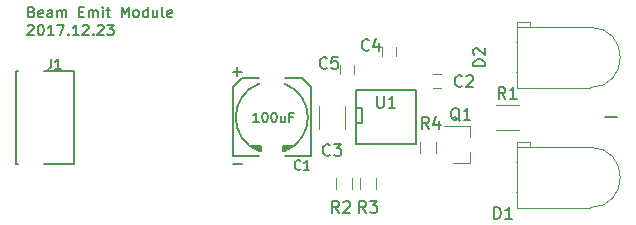
<source format=gbr>
G04 #@! TF.FileFunction,Legend,Top*
%FSLAX46Y46*%
G04 Gerber Fmt 4.6, Leading zero omitted, Abs format (unit mm)*
G04 Created by KiCad (PCBNEW 4.0.7) date 01/10/18 16:30:40*
%MOMM*%
%LPD*%
G01*
G04 APERTURE LIST*
%ADD10C,0.150000*%
%ADD11C,0.200000*%
%ADD12C,0.203200*%
%ADD13C,0.120000*%
%ADD14C,0.149860*%
G04 APERTURE END LIST*
D10*
D11*
X85090000Y-45720000D02*
X86106000Y-45720000D01*
D12*
X36576000Y-36760150D02*
X36703000Y-36802483D01*
X36745333Y-36844817D01*
X36787667Y-36929483D01*
X36787667Y-37056483D01*
X36745333Y-37141150D01*
X36703000Y-37183483D01*
X36618333Y-37225817D01*
X36279667Y-37225817D01*
X36279667Y-36336817D01*
X36576000Y-36336817D01*
X36660667Y-36379150D01*
X36703000Y-36421483D01*
X36745333Y-36506150D01*
X36745333Y-36590817D01*
X36703000Y-36675483D01*
X36660667Y-36717817D01*
X36576000Y-36760150D01*
X36279667Y-36760150D01*
X37507333Y-37183483D02*
X37422667Y-37225817D01*
X37253333Y-37225817D01*
X37168667Y-37183483D01*
X37126333Y-37098817D01*
X37126333Y-36760150D01*
X37168667Y-36675483D01*
X37253333Y-36633150D01*
X37422667Y-36633150D01*
X37507333Y-36675483D01*
X37549667Y-36760150D01*
X37549667Y-36844817D01*
X37126333Y-36929483D01*
X38311667Y-37225817D02*
X38311667Y-36760150D01*
X38269333Y-36675483D01*
X38184667Y-36633150D01*
X38015333Y-36633150D01*
X37930667Y-36675483D01*
X38311667Y-37183483D02*
X38227000Y-37225817D01*
X38015333Y-37225817D01*
X37930667Y-37183483D01*
X37888333Y-37098817D01*
X37888333Y-37014150D01*
X37930667Y-36929483D01*
X38015333Y-36887150D01*
X38227000Y-36887150D01*
X38311667Y-36844817D01*
X38735000Y-37225817D02*
X38735000Y-36633150D01*
X38735000Y-36717817D02*
X38777333Y-36675483D01*
X38862000Y-36633150D01*
X38989000Y-36633150D01*
X39073666Y-36675483D01*
X39116000Y-36760150D01*
X39116000Y-37225817D01*
X39116000Y-36760150D02*
X39158333Y-36675483D01*
X39243000Y-36633150D01*
X39370000Y-36633150D01*
X39454666Y-36675483D01*
X39497000Y-36760150D01*
X39497000Y-37225817D01*
X40597666Y-36760150D02*
X40893999Y-36760150D01*
X41020999Y-37225817D02*
X40597666Y-37225817D01*
X40597666Y-36336817D01*
X41020999Y-36336817D01*
X41401999Y-37225817D02*
X41401999Y-36633150D01*
X41401999Y-36717817D02*
X41444332Y-36675483D01*
X41528999Y-36633150D01*
X41655999Y-36633150D01*
X41740665Y-36675483D01*
X41782999Y-36760150D01*
X41782999Y-37225817D01*
X41782999Y-36760150D02*
X41825332Y-36675483D01*
X41909999Y-36633150D01*
X42036999Y-36633150D01*
X42121665Y-36675483D01*
X42163999Y-36760150D01*
X42163999Y-37225817D01*
X42587332Y-37225817D02*
X42587332Y-36633150D01*
X42587332Y-36336817D02*
X42544998Y-36379150D01*
X42587332Y-36421483D01*
X42629665Y-36379150D01*
X42587332Y-36336817D01*
X42587332Y-36421483D01*
X42883665Y-36633150D02*
X43222331Y-36633150D01*
X43010665Y-36336817D02*
X43010665Y-37098817D01*
X43052998Y-37183483D01*
X43137665Y-37225817D01*
X43222331Y-37225817D01*
X44195998Y-37225817D02*
X44195998Y-36336817D01*
X44492331Y-36971817D01*
X44788664Y-36336817D01*
X44788664Y-37225817D01*
X45338998Y-37225817D02*
X45254331Y-37183483D01*
X45211998Y-37141150D01*
X45169664Y-37056483D01*
X45169664Y-36802483D01*
X45211998Y-36717817D01*
X45254331Y-36675483D01*
X45338998Y-36633150D01*
X45465998Y-36633150D01*
X45550664Y-36675483D01*
X45592998Y-36717817D01*
X45635331Y-36802483D01*
X45635331Y-37056483D01*
X45592998Y-37141150D01*
X45550664Y-37183483D01*
X45465998Y-37225817D01*
X45338998Y-37225817D01*
X46397331Y-37225817D02*
X46397331Y-36336817D01*
X46397331Y-37183483D02*
X46312664Y-37225817D01*
X46143331Y-37225817D01*
X46058664Y-37183483D01*
X46016331Y-37141150D01*
X45973997Y-37056483D01*
X45973997Y-36802483D01*
X46016331Y-36717817D01*
X46058664Y-36675483D01*
X46143331Y-36633150D01*
X46312664Y-36633150D01*
X46397331Y-36675483D01*
X47201664Y-36633150D02*
X47201664Y-37225817D01*
X46820664Y-36633150D02*
X46820664Y-37098817D01*
X46862997Y-37183483D01*
X46947664Y-37225817D01*
X47074664Y-37225817D01*
X47159330Y-37183483D01*
X47201664Y-37141150D01*
X47751997Y-37225817D02*
X47667330Y-37183483D01*
X47624997Y-37098817D01*
X47624997Y-36336817D01*
X48429330Y-37183483D02*
X48344664Y-37225817D01*
X48175330Y-37225817D01*
X48090664Y-37183483D01*
X48048330Y-37098817D01*
X48048330Y-36760150D01*
X48090664Y-36675483D01*
X48175330Y-36633150D01*
X48344664Y-36633150D01*
X48429330Y-36675483D01*
X48471664Y-36760150D01*
X48471664Y-36844817D01*
X48048330Y-36929483D01*
X36237333Y-37958183D02*
X36279667Y-37915850D01*
X36364333Y-37873517D01*
X36576000Y-37873517D01*
X36660667Y-37915850D01*
X36703000Y-37958183D01*
X36745333Y-38042850D01*
X36745333Y-38127517D01*
X36703000Y-38254517D01*
X36195000Y-38762517D01*
X36745333Y-38762517D01*
X37295667Y-37873517D02*
X37380334Y-37873517D01*
X37465000Y-37915850D01*
X37507334Y-37958183D01*
X37549667Y-38042850D01*
X37592000Y-38212183D01*
X37592000Y-38423850D01*
X37549667Y-38593183D01*
X37507334Y-38677850D01*
X37465000Y-38720183D01*
X37380334Y-38762517D01*
X37295667Y-38762517D01*
X37211000Y-38720183D01*
X37168667Y-38677850D01*
X37126334Y-38593183D01*
X37084000Y-38423850D01*
X37084000Y-38212183D01*
X37126334Y-38042850D01*
X37168667Y-37958183D01*
X37211000Y-37915850D01*
X37295667Y-37873517D01*
X38438667Y-38762517D02*
X37930667Y-38762517D01*
X38184667Y-38762517D02*
X38184667Y-37873517D01*
X38100001Y-38000517D01*
X38015334Y-38085183D01*
X37930667Y-38127517D01*
X38735001Y-37873517D02*
X39327668Y-37873517D01*
X38946668Y-38762517D01*
X39666335Y-38677850D02*
X39708668Y-38720183D01*
X39666335Y-38762517D01*
X39624001Y-38720183D01*
X39666335Y-38677850D01*
X39666335Y-38762517D01*
X40555334Y-38762517D02*
X40047334Y-38762517D01*
X40301334Y-38762517D02*
X40301334Y-37873517D01*
X40216668Y-38000517D01*
X40132001Y-38085183D01*
X40047334Y-38127517D01*
X40894001Y-37958183D02*
X40936335Y-37915850D01*
X41021001Y-37873517D01*
X41232668Y-37873517D01*
X41317335Y-37915850D01*
X41359668Y-37958183D01*
X41402001Y-38042850D01*
X41402001Y-38127517D01*
X41359668Y-38254517D01*
X40851668Y-38762517D01*
X41402001Y-38762517D01*
X41783002Y-38677850D02*
X41825335Y-38720183D01*
X41783002Y-38762517D01*
X41740668Y-38720183D01*
X41783002Y-38677850D01*
X41783002Y-38762517D01*
X42164001Y-37958183D02*
X42206335Y-37915850D01*
X42291001Y-37873517D01*
X42502668Y-37873517D01*
X42587335Y-37915850D01*
X42629668Y-37958183D01*
X42672001Y-38042850D01*
X42672001Y-38127517D01*
X42629668Y-38254517D01*
X42121668Y-38762517D01*
X42672001Y-38762517D01*
X42968335Y-37873517D02*
X43518668Y-37873517D01*
X43222335Y-38212183D01*
X43349335Y-38212183D01*
X43434002Y-38254517D01*
X43476335Y-38296850D01*
X43518668Y-38381517D01*
X43518668Y-38593183D01*
X43476335Y-38677850D01*
X43434002Y-38720183D01*
X43349335Y-38762517D01*
X43095335Y-38762517D01*
X43010668Y-38720183D01*
X42968335Y-38677850D01*
D13*
X73658000Y-49586000D02*
X73658000Y-48656000D01*
X73658000Y-46426000D02*
X73658000Y-47356000D01*
X73658000Y-46426000D02*
X71498000Y-46426000D01*
X73658000Y-49586000D02*
X72198000Y-49586000D01*
X60906000Y-46720000D02*
X60906000Y-44720000D01*
X63046000Y-44720000D02*
X63046000Y-46720000D01*
X75835000Y-44650000D02*
X77835000Y-44650000D01*
X77835000Y-46790000D02*
X75835000Y-46790000D01*
X70784000Y-47760000D02*
X70784000Y-48760000D01*
X69424000Y-48760000D02*
X69424000Y-47760000D01*
X83824000Y-48240000D02*
G75*
G02X83824000Y-53360000I0J-2560000D01*
G01*
X77664000Y-53360000D02*
X83824000Y-53360000D01*
X77664000Y-48240000D02*
X83824000Y-48240000D01*
X77664000Y-53360000D02*
X77664000Y-48240000D01*
X77664000Y-47840000D02*
X78784000Y-47840000D01*
X78784000Y-47840000D02*
X78784000Y-48240000D01*
X78784000Y-48240000D02*
X77664000Y-48240000D01*
X77664000Y-48240000D02*
X77664000Y-47840000D01*
X77534000Y-52070000D02*
X77664000Y-52070000D01*
X77664000Y-52070000D02*
X77664000Y-52070000D01*
X77664000Y-52070000D02*
X77534000Y-52070000D01*
X77534000Y-52070000D02*
X77534000Y-52070000D01*
X77534000Y-49530000D02*
X77664000Y-49530000D01*
X77664000Y-49530000D02*
X77664000Y-49530000D01*
X77664000Y-49530000D02*
X77534000Y-49530000D01*
X77534000Y-49530000D02*
X77534000Y-49530000D01*
D14*
X55829200Y-48590200D02*
X55956200Y-48590200D01*
X57835800Y-48564800D02*
X57937400Y-48564800D01*
X57957233Y-48566882D02*
G75*
G03X57962800Y-42875200I-1061233J2846882D01*
G01*
X55818104Y-42853949D02*
G75*
G03X55829200Y-48590200I1077896J-2866051D01*
G01*
X58064400Y-48514000D02*
X57835800Y-48514000D01*
X58318400Y-48387000D02*
X57835800Y-48387000D01*
X58521600Y-48260000D02*
X57835800Y-48260000D01*
X58699400Y-48133000D02*
X57835800Y-48133000D01*
X57835800Y-48133000D02*
X57835800Y-48564800D01*
X55956200Y-48133000D02*
X55956200Y-48590200D01*
X55676800Y-48514000D02*
X55956200Y-48514000D01*
X55422800Y-48387000D02*
X55956200Y-48387000D01*
X55219600Y-48260000D02*
X55956200Y-48260000D01*
X55041800Y-48133000D02*
X55956200Y-48133000D01*
X53594000Y-49022000D02*
X55778400Y-49022000D01*
X60198000Y-49022000D02*
X58013600Y-49022000D01*
X54356000Y-42418000D02*
X55778400Y-42418000D01*
X58039000Y-42418000D02*
X59436000Y-42418000D01*
X53594000Y-49682400D02*
X54356000Y-49682400D01*
X60198000Y-49022000D02*
X60198000Y-43180000D01*
X60198000Y-43180000D02*
X59436000Y-42418000D01*
X54356000Y-42418000D02*
X53594000Y-43180000D01*
X53594000Y-43180000D02*
X53594000Y-49022000D01*
X53949600Y-41452800D02*
X53949600Y-42214800D01*
X53594000Y-41833800D02*
X54356000Y-41833800D01*
D13*
X71216000Y-43272000D02*
X70516000Y-43272000D01*
X70516000Y-42072000D02*
X71216000Y-42072000D01*
X67402000Y-39782000D02*
X67402000Y-40482000D01*
X66202000Y-40482000D02*
X66202000Y-39782000D01*
X63846000Y-41306000D02*
X63846000Y-42006000D01*
X62646000Y-42006000D02*
X62646000Y-41306000D01*
X83824000Y-38080000D02*
G75*
G02X83824000Y-43200000I0J-2560000D01*
G01*
X77664000Y-43200000D02*
X83824000Y-43200000D01*
X77664000Y-38080000D02*
X83824000Y-38080000D01*
X77664000Y-43200000D02*
X77664000Y-38080000D01*
X77664000Y-37680000D02*
X78784000Y-37680000D01*
X78784000Y-37680000D02*
X78784000Y-38080000D01*
X78784000Y-38080000D02*
X77664000Y-38080000D01*
X77664000Y-38080000D02*
X77664000Y-37680000D01*
X77534000Y-41910000D02*
X77664000Y-41910000D01*
X77664000Y-41910000D02*
X77664000Y-41910000D01*
X77664000Y-41910000D02*
X77534000Y-41910000D01*
X77534000Y-41910000D02*
X77534000Y-41910000D01*
X77534000Y-39370000D02*
X77664000Y-39370000D01*
X77664000Y-39370000D02*
X77664000Y-39370000D01*
X77664000Y-39370000D02*
X77534000Y-39370000D01*
X77534000Y-39370000D02*
X77534000Y-39370000D01*
D14*
X35229800Y-41783000D02*
X35433000Y-41783000D01*
X35229800Y-49657000D02*
X35433000Y-49657000D01*
D10*
X37592000Y-41795000D02*
X40102800Y-41795000D01*
X40102800Y-41795000D02*
X40102800Y-49645000D01*
X40102800Y-49645000D02*
X37592000Y-49645000D01*
X35229800Y-49645000D02*
X35229800Y-41795000D01*
D13*
X62312000Y-51808000D02*
X62312000Y-50808000D01*
X63672000Y-50808000D02*
X63672000Y-51808000D01*
X64344000Y-51808000D02*
X64344000Y-50808000D01*
X65704000Y-50808000D02*
X65704000Y-51808000D01*
D10*
X64008000Y-43434000D02*
X69088000Y-43434000D01*
X69088000Y-43434000D02*
X69088000Y-48006000D01*
X69088000Y-48006000D02*
X64008000Y-48006000D01*
X64008000Y-48006000D02*
X64008000Y-43434000D01*
X64008000Y-44958000D02*
X64516000Y-44958000D01*
X64516000Y-44958000D02*
X64516000Y-46228000D01*
X64516000Y-46228000D02*
X64008000Y-46228000D01*
X72802762Y-46013619D02*
X72707524Y-45966000D01*
X72612286Y-45870762D01*
X72469429Y-45727905D01*
X72374190Y-45680286D01*
X72278952Y-45680286D01*
X72326571Y-45918381D02*
X72231333Y-45870762D01*
X72136095Y-45775524D01*
X72088476Y-45585048D01*
X72088476Y-45251714D01*
X72136095Y-45061238D01*
X72231333Y-44966000D01*
X72326571Y-44918381D01*
X72517048Y-44918381D01*
X72612286Y-44966000D01*
X72707524Y-45061238D01*
X72755143Y-45251714D01*
X72755143Y-45585048D01*
X72707524Y-45775524D01*
X72612286Y-45870762D01*
X72517048Y-45918381D01*
X72326571Y-45918381D01*
X73707524Y-45918381D02*
X73136095Y-45918381D01*
X73421809Y-45918381D02*
X73421809Y-44918381D01*
X73326571Y-45061238D01*
X73231333Y-45156476D01*
X73136095Y-45204095D01*
X61809334Y-48871143D02*
X61761715Y-48918762D01*
X61618858Y-48966381D01*
X61523620Y-48966381D01*
X61380762Y-48918762D01*
X61285524Y-48823524D01*
X61237905Y-48728286D01*
X61190286Y-48537810D01*
X61190286Y-48394952D01*
X61237905Y-48204476D01*
X61285524Y-48109238D01*
X61380762Y-48014000D01*
X61523620Y-47966381D01*
X61618858Y-47966381D01*
X61761715Y-48014000D01*
X61809334Y-48061619D01*
X62142667Y-47966381D02*
X62761715Y-47966381D01*
X62428381Y-48347333D01*
X62571239Y-48347333D01*
X62666477Y-48394952D01*
X62714096Y-48442571D01*
X62761715Y-48537810D01*
X62761715Y-48775905D01*
X62714096Y-48871143D01*
X62666477Y-48918762D01*
X62571239Y-48966381D01*
X62285524Y-48966381D01*
X62190286Y-48918762D01*
X62142667Y-48871143D01*
X76668334Y-44140381D02*
X76335000Y-43664190D01*
X76096905Y-44140381D02*
X76096905Y-43140381D01*
X76477858Y-43140381D01*
X76573096Y-43188000D01*
X76620715Y-43235619D01*
X76668334Y-43330857D01*
X76668334Y-43473714D01*
X76620715Y-43568952D01*
X76573096Y-43616571D01*
X76477858Y-43664190D01*
X76096905Y-43664190D01*
X77620715Y-44140381D02*
X77049286Y-44140381D01*
X77335000Y-44140381D02*
X77335000Y-43140381D01*
X77239762Y-43283238D01*
X77144524Y-43378476D01*
X77049286Y-43426095D01*
X70191334Y-46680381D02*
X69858000Y-46204190D01*
X69619905Y-46680381D02*
X69619905Y-45680381D01*
X70000858Y-45680381D01*
X70096096Y-45728000D01*
X70143715Y-45775619D01*
X70191334Y-45870857D01*
X70191334Y-46013714D01*
X70143715Y-46108952D01*
X70096096Y-46156571D01*
X70000858Y-46204190D01*
X69619905Y-46204190D01*
X71048477Y-46013714D02*
X71048477Y-46680381D01*
X70810381Y-45632762D02*
X70572286Y-46347048D01*
X71191334Y-46347048D01*
X75715905Y-54300381D02*
X75715905Y-53300381D01*
X75954000Y-53300381D01*
X76096858Y-53348000D01*
X76192096Y-53443238D01*
X76239715Y-53538476D01*
X76287334Y-53728952D01*
X76287334Y-53871810D01*
X76239715Y-54062286D01*
X76192096Y-54157524D01*
X76096858Y-54252762D01*
X75954000Y-54300381D01*
X75715905Y-54300381D01*
X77239715Y-54300381D02*
X76668286Y-54300381D01*
X76954000Y-54300381D02*
X76954000Y-53300381D01*
X76858762Y-53443238D01*
X76763524Y-53538476D01*
X76668286Y-53586095D01*
X59302667Y-50069714D02*
X59264572Y-50107810D01*
X59150286Y-50145905D01*
X59074096Y-50145905D01*
X58959810Y-50107810D01*
X58883619Y-50031619D01*
X58845524Y-49955429D01*
X58807429Y-49803048D01*
X58807429Y-49688762D01*
X58845524Y-49536381D01*
X58883619Y-49460190D01*
X58959810Y-49384000D01*
X59074096Y-49345905D01*
X59150286Y-49345905D01*
X59264572Y-49384000D01*
X59302667Y-49422095D01*
X60064572Y-50145905D02*
X59607429Y-50145905D01*
X59836000Y-50145905D02*
X59836000Y-49345905D01*
X59759810Y-49460190D01*
X59683619Y-49536381D01*
X59607429Y-49574476D01*
X55784905Y-46107305D02*
X55327762Y-46107305D01*
X55556333Y-46107305D02*
X55556333Y-45307305D01*
X55480143Y-45421590D01*
X55403952Y-45497781D01*
X55327762Y-45535876D01*
X56280143Y-45307305D02*
X56356334Y-45307305D01*
X56432524Y-45345400D01*
X56470619Y-45383495D01*
X56508715Y-45459686D01*
X56546810Y-45612067D01*
X56546810Y-45802543D01*
X56508715Y-45954924D01*
X56470619Y-46031114D01*
X56432524Y-46069210D01*
X56356334Y-46107305D01*
X56280143Y-46107305D01*
X56203953Y-46069210D01*
X56165857Y-46031114D01*
X56127762Y-45954924D01*
X56089667Y-45802543D01*
X56089667Y-45612067D01*
X56127762Y-45459686D01*
X56165857Y-45383495D01*
X56203953Y-45345400D01*
X56280143Y-45307305D01*
X57042048Y-45307305D02*
X57118239Y-45307305D01*
X57194429Y-45345400D01*
X57232524Y-45383495D01*
X57270620Y-45459686D01*
X57308715Y-45612067D01*
X57308715Y-45802543D01*
X57270620Y-45954924D01*
X57232524Y-46031114D01*
X57194429Y-46069210D01*
X57118239Y-46107305D01*
X57042048Y-46107305D01*
X56965858Y-46069210D01*
X56927762Y-46031114D01*
X56889667Y-45954924D01*
X56851572Y-45802543D01*
X56851572Y-45612067D01*
X56889667Y-45459686D01*
X56927762Y-45383495D01*
X56965858Y-45345400D01*
X57042048Y-45307305D01*
X57994429Y-45573971D02*
X57994429Y-46107305D01*
X57651572Y-45573971D02*
X57651572Y-45993019D01*
X57689667Y-46069210D01*
X57765858Y-46107305D01*
X57880144Y-46107305D01*
X57956334Y-46069210D01*
X57994429Y-46031114D01*
X58642049Y-45688257D02*
X58375382Y-45688257D01*
X58375382Y-46107305D02*
X58375382Y-45307305D01*
X58756335Y-45307305D01*
X72985334Y-43029143D02*
X72937715Y-43076762D01*
X72794858Y-43124381D01*
X72699620Y-43124381D01*
X72556762Y-43076762D01*
X72461524Y-42981524D01*
X72413905Y-42886286D01*
X72366286Y-42695810D01*
X72366286Y-42552952D01*
X72413905Y-42362476D01*
X72461524Y-42267238D01*
X72556762Y-42172000D01*
X72699620Y-42124381D01*
X72794858Y-42124381D01*
X72937715Y-42172000D01*
X72985334Y-42219619D01*
X73366286Y-42219619D02*
X73413905Y-42172000D01*
X73509143Y-42124381D01*
X73747239Y-42124381D01*
X73842477Y-42172000D01*
X73890096Y-42219619D01*
X73937715Y-42314857D01*
X73937715Y-42410095D01*
X73890096Y-42552952D01*
X73318667Y-43124381D01*
X73937715Y-43124381D01*
X65111334Y-39981143D02*
X65063715Y-40028762D01*
X64920858Y-40076381D01*
X64825620Y-40076381D01*
X64682762Y-40028762D01*
X64587524Y-39933524D01*
X64539905Y-39838286D01*
X64492286Y-39647810D01*
X64492286Y-39504952D01*
X64539905Y-39314476D01*
X64587524Y-39219238D01*
X64682762Y-39124000D01*
X64825620Y-39076381D01*
X64920858Y-39076381D01*
X65063715Y-39124000D01*
X65111334Y-39171619D01*
X65968477Y-39409714D02*
X65968477Y-40076381D01*
X65730381Y-39028762D02*
X65492286Y-39743048D01*
X66111334Y-39743048D01*
X61555334Y-41505143D02*
X61507715Y-41552762D01*
X61364858Y-41600381D01*
X61269620Y-41600381D01*
X61126762Y-41552762D01*
X61031524Y-41457524D01*
X60983905Y-41362286D01*
X60936286Y-41171810D01*
X60936286Y-41028952D01*
X60983905Y-40838476D01*
X61031524Y-40743238D01*
X61126762Y-40648000D01*
X61269620Y-40600381D01*
X61364858Y-40600381D01*
X61507715Y-40648000D01*
X61555334Y-40695619D01*
X62460096Y-40600381D02*
X61983905Y-40600381D01*
X61936286Y-41076571D01*
X61983905Y-41028952D01*
X62079143Y-40981333D01*
X62317239Y-40981333D01*
X62412477Y-41028952D01*
X62460096Y-41076571D01*
X62507715Y-41171810D01*
X62507715Y-41409905D01*
X62460096Y-41505143D01*
X62412477Y-41552762D01*
X62317239Y-41600381D01*
X62079143Y-41600381D01*
X61983905Y-41552762D01*
X61936286Y-41505143D01*
X74946381Y-41378095D02*
X73946381Y-41378095D01*
X73946381Y-41140000D01*
X73994000Y-40997142D01*
X74089238Y-40901904D01*
X74184476Y-40854285D01*
X74374952Y-40806666D01*
X74517810Y-40806666D01*
X74708286Y-40854285D01*
X74803524Y-40901904D01*
X74898762Y-40997142D01*
X74946381Y-41140000D01*
X74946381Y-41378095D01*
X74041619Y-40425714D02*
X73994000Y-40378095D01*
X73946381Y-40282857D01*
X73946381Y-40044761D01*
X73994000Y-39949523D01*
X74041619Y-39901904D01*
X74136857Y-39854285D01*
X74232095Y-39854285D01*
X74374952Y-39901904D01*
X74946381Y-40473333D01*
X74946381Y-39854285D01*
X38201634Y-40786105D02*
X38201634Y-41357533D01*
X38163538Y-41471819D01*
X38087348Y-41548010D01*
X37973062Y-41586105D01*
X37896872Y-41586105D01*
X39001634Y-41586105D02*
X38544491Y-41586105D01*
X38773062Y-41586105D02*
X38773062Y-40786105D01*
X38696872Y-40900390D01*
X38620681Y-40976581D01*
X38544491Y-41014676D01*
X62571334Y-53792381D02*
X62238000Y-53316190D01*
X61999905Y-53792381D02*
X61999905Y-52792381D01*
X62380858Y-52792381D01*
X62476096Y-52840000D01*
X62523715Y-52887619D01*
X62571334Y-52982857D01*
X62571334Y-53125714D01*
X62523715Y-53220952D01*
X62476096Y-53268571D01*
X62380858Y-53316190D01*
X61999905Y-53316190D01*
X62952286Y-52887619D02*
X62999905Y-52840000D01*
X63095143Y-52792381D01*
X63333239Y-52792381D01*
X63428477Y-52840000D01*
X63476096Y-52887619D01*
X63523715Y-52982857D01*
X63523715Y-53078095D01*
X63476096Y-53220952D01*
X62904667Y-53792381D01*
X63523715Y-53792381D01*
X64857334Y-53792381D02*
X64524000Y-53316190D01*
X64285905Y-53792381D02*
X64285905Y-52792381D01*
X64666858Y-52792381D01*
X64762096Y-52840000D01*
X64809715Y-52887619D01*
X64857334Y-52982857D01*
X64857334Y-53125714D01*
X64809715Y-53220952D01*
X64762096Y-53268571D01*
X64666858Y-53316190D01*
X64285905Y-53316190D01*
X65190667Y-52792381D02*
X65809715Y-52792381D01*
X65476381Y-53173333D01*
X65619239Y-53173333D01*
X65714477Y-53220952D01*
X65762096Y-53268571D01*
X65809715Y-53363810D01*
X65809715Y-53601905D01*
X65762096Y-53697143D01*
X65714477Y-53744762D01*
X65619239Y-53792381D01*
X65333524Y-53792381D01*
X65238286Y-53744762D01*
X65190667Y-53697143D01*
X65786095Y-43902381D02*
X65786095Y-44711905D01*
X65833714Y-44807143D01*
X65881333Y-44854762D01*
X65976571Y-44902381D01*
X66167048Y-44902381D01*
X66262286Y-44854762D01*
X66309905Y-44807143D01*
X66357524Y-44711905D01*
X66357524Y-43902381D01*
X67357524Y-44902381D02*
X66786095Y-44902381D01*
X67071809Y-44902381D02*
X67071809Y-43902381D01*
X66976571Y-44045238D01*
X66881333Y-44140476D01*
X66786095Y-44188095D01*
M02*

</source>
